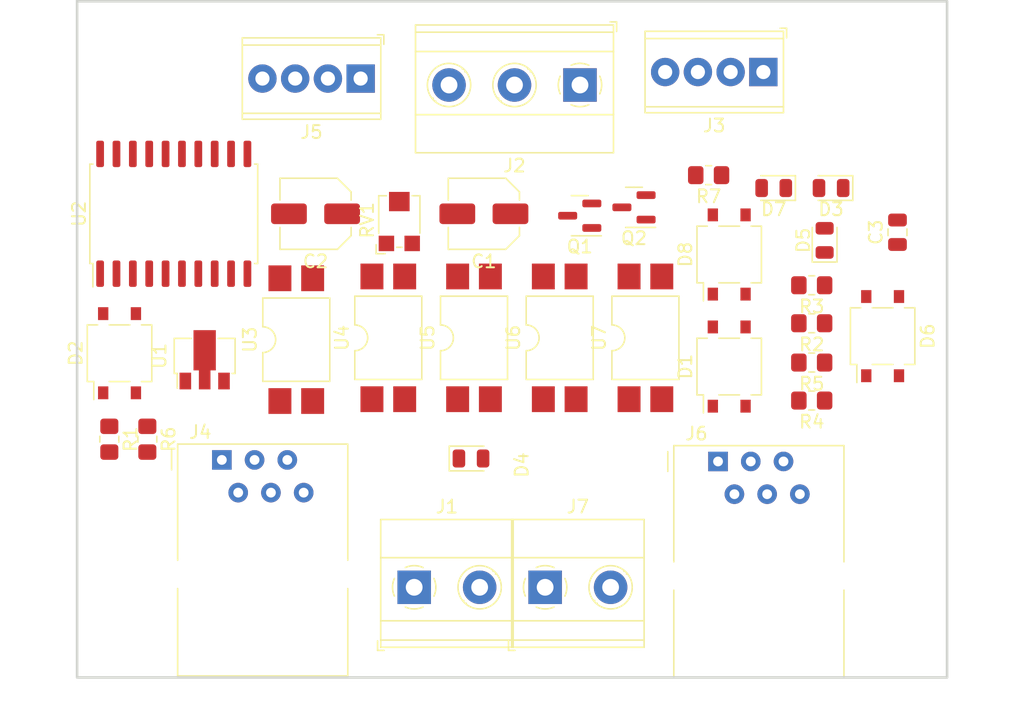
<source format=kicad_pcb>
(kicad_pcb (version 20211014) (generator pcbnew)
  (layers (0 "F.Cu" signal) (31 "B.Cu" signal) (34 "B.Paste" user) (35 "F.Paste" user) (36 "B.SilkS" user "B.Silkscreen") (37 "F.SilkS" user "F.Silkscreen") (38 "B.Mask" user) (39 "F.Mask" user) (44 "Edge.Cuts" user))
  (net 0 "")
  (net 1 "Net-(C1-Pad1)")
  (net 2 "Net-(R2-Pad2)")
  (net 3 "Net-(R3-Pad2)")
  (net 4 "GND")
  (net 5 "Net-(D2-Pad1)")
  (net 6 "+5V")
  (net 7 "Net-(Q1-Pad1)")
  (net 8 "Net-(Q2-Pad1)")
  (net 9 "Net-(D4-Pad1)")
  (net 10 "Net-(D7-Pad2)")
  (net 11 "/rightTrack")
  (net 12 "/leftTrack")
  (net 13 "Net-(D2-Pad4)")
  (net 14 "/track_A")
  (net 15 "Net-(D3-Pad2)")
  (net 16 "/track_B")
  (net 17 "Net-(D6-Pad1)")
  (net 18 "Net-(D8-Pad1)")
  (net 19 "/buffer")
  (net 20 "/PWM")
  (net 21 "/breakSpeed")
  (net 22 "+12V")
  (net 23 "/red_up")
  (net 24 "/green_up")
  (net 25 "/yellow_up")
  (net 27 "/downline")
  (net 28 "/upline")
  (net 30 "Net-(R7-Pad1)")
  (net 35 "/A")
  (net 36 "/B")
  (net 37 "/dir")
  (net 38 "/switch_go")
  (footprint "MountingHole:MountingHole_3.2mm_M3" (layer "F.Cu") (at 66.5 108)
    (fp_text reference "REF**" hide)
    (fp_text value "MountingHole_3.2mm_M3")
    (pad "" np_thru_hole circle (at 0 0) (size 3.2 3.2) (drill 3.2) (layers *.Cu *.Mask))
  )
  (footprint "TerminalBlock_Phoenix:TerminalBlock_Phoenix_MPT-0,5-4-2.54_1x04_P2.54mm_Horizontal" (layer "F.Cu") (at 85 110.5 180)
    (fp_text reference "J5" (at 3.81 -4.16) (layer "F.SilkS"))
    (fp_text value "signal")
    (fp_line (start -1.56 3.16) (end 9.18 3.16) (layer "F.SilkS") (width 0.12))
    (fp_line (start -1.8 3.4) (end -1.3 3.4) (layer "F.SilkS") (width 0.12))
    (fp_line (start -1.56 2.6) (end 9.18 2.6) (layer "F.SilkS") (width 0.12))
    (fp_line (start -1.8 2.66) (end -1.8 3.4) (layer "F.SilkS") (width 0.12))
    (fp_line (start -1.56 -3.16) (end -1.56 3.16) (layer "F.SilkS") (width 0.12))
    (fp_line (start -1.56 -2.7) (end 9.18 -2.7) (layer "F.SilkS") (width 0.12))
    (fp_line (start -1.56 -3.16) (end 9.18 -3.16) (layer "F.SilkS") (width 0.12))
    (fp_line (start 9.18 -3.16) (end 9.18 3.16) (layer "F.SilkS") (width 0.12))
    (pad "1" thru_hole rect (at 0 0 180) (size 2.2 2.2) (drill 1.1) (layers *.Cu *.Mask) (net 22 "+12V"))
    (pad "2" thru_hole circle (at 2.54 0 180) (size 2.2 2.2) (drill 1.1) (layers *.Cu *.Mask) (net 23 "/red_up"))
    (pad "3" thru_hole circle (at 5.08 0 180) (size 2.2 2.2) (drill 1.1) (layers *.Cu *.Mask) (net 24 "/green_up"))
    (pad "4" thru_hole circle (at 7.62 0 180) (size 2.2 2.2) (drill 1.1) (layers *.Cu *.Mask) (net 25 "/yellow_up"))
  )
  (footprint "MountingHole:MountingHole_3.2mm_M3" (layer "F.Cu") (at 66.5 153.5)
    (fp_text reference "REF**" hide)
    (fp_text value "MountingHole_3.2mm_M3")
    (pad "" np_thru_hole circle (at 0 0) (size 3.2 3.2) (drill 3.2) (layers *.Cu *.Mask))
  )
  (footprint "TerminalBlock_Phoenix:TerminalBlock_Phoenix_MKDS-1,5-3-5.08_1x03_P5.08mm_Horizontal" (layer "F.Cu") (at 102.018 111 180)
    (fp_text reference "J2" (at 5.08 -6.26 180) (layer "F.SilkS"))
    (fp_text value "Screw_Terminal_01x03")
    (fp_line (start -2.6 4.66) (end 12.76 4.66) (layer "F.SilkS") (width 0.12))
    (fp_line (start 9.126 1.239) (end 9.091 1.274) (layer "F.SilkS") (width 0.12))
    (fp_line (start 12.76 -5.261) (end 12.76 4.66) (layer "F.SilkS") (width 0.12))
    (fp_line (start 6.355 -1.069) (end 6.308 -1.023) (layer "F.SilkS") (width 0.12))
    (fp_line (start 4.046 1.239) (end 4.011 1.274) (layer "F.SilkS") (width 0.12))
    (fp_line (start -2.84 4.9) (end -2.34 4.9) (layer "F.SilkS") (width 0.12))
    (fp_line (start -2.6 -2.301) (end 12.76 -2.301) (layer "F.SilkS") (width 0.12))
    (fp_line (start -2.6 4.1) (end 12.76 4.1) (layer "F.SilkS") (width 0.12))
    (fp_line (start 6.15 -1.275) (end 6.115 -1.239) (layer "F.SilkS") (width 0.12))
    (fp_line (start 8.933 1.023) (end 8.886 1.069) (layer "F.SilkS") (width 0.12))
    (fp_line (start -2.6 -5.261) (end 12.76 -5.261) (layer "F.SilkS") (width 0.12))
    (fp_line (start -2.6 2.6) (end 12.76 2.6) (layer "F.SilkS") (width 0.12))
    (fp_line (start 11.23 -1.275) (end 11.195 -1.239) (layer "F.SilkS") (width 0.12))
    (fp_line (start 11.435 -1.069) (end 11.388 -1.023) (layer "F.SilkS") (width 0.12))
    (fp_line (start 3.853 1.023) (end 3.806 1.069) (layer "F.SilkS") (width 0.12))
    (fp_line (start -2.84 4.16) (end -2.84 4.9) (layer "F.SilkS") (width 0.12))
    (fp_line (start -2.6 -5.261) (end -2.6 4.66) (layer "F.SilkS") (width 0.12))
    (fp_arc (start 1.535427 -0.683042) (mid 1.680501 0.000524) (end 1.535 0.684) (layer "F.SilkS") (width 0.12))
    (fp_arc (start -1.535427 0.683042) (mid -1.680501 -0.000524) (end -1.535 -0.684) (layer "F.SilkS") (width 0.12))
    (fp_arc (start 0.683318 1.534756) (mid 0.349292 1.643288) (end 0 1.68) (layer "F.SilkS") (width 0.12))
    (fp_arc (start 0.028805 1.680253) (mid -0.335551 1.646659) (end -0.684 1.535) (layer "F.SilkS") (width 0.12))
    (fp_arc (start -0.683042 -1.535427) (mid 0.000524 -1.680501) (end 0.684 -1.535) (layer "F.SilkS") (width 0.12))
    (fp_circle (center 5.08 0) (end 6.76 0) (layer "F.SilkS") (width 0.12) (fill none))
    (fp_circle (center 10.16 0) (end 11.84 0) (layer "F.SilkS") (width 0.12) (fill none))
    (pad "1" thru_hole rect (at 0 0 180) (size 2.6 2.6) (drill 1.3) (layers *.Cu *.Mask) (net 14 "/track_A"))
    (pad "2" thru_hole circle (at 5.08 0 180) (size 2.6 2.6) (drill 1.3) (layers *.Cu *.Mask) (net 19 "/buffer"))
    (pad "3" thru_hole circle (at 10.16 0 180) (size 2.6 2.6) (drill 1.3) (layers *.Cu *.Mask) (net 16 "/track_B"))
  )
  (footprint "Resistor_SMD:R_0805_2012Metric_Pad1.20x1.40mm_HandSolder" (layer "F.Cu") (at 120 132.55 180)
    (fp_text reference "R5" (at 0 -1.65) (layer "F.SilkS"))
    (fp_text value "100k")
    (fp_line (start -0.227064 0.735) (end 0.227064 0.735) (layer "F.SilkS") (width 0.12))
    (fp_line (start -0.227064 -0.735) (end 0.227064 -0.735) (layer "F.SilkS") (width 0.12))
    (pad "1" smd roundrect (at -1 0 180) (size 1.2 1.4) (layers "F.Cu" "F.Paste" "F.Mask") (roundrect_rratio 0.208333) (net 12 "/leftTrack"))
    (pad "2" smd roundrect (at 1 0 180) (size 1.2 1.4) (layers "F.Cu" "F.Paste" "F.Mask") (roundrect_rratio 0.208333) (net 7 "Net-(Q1-Pad1)"))
  )
  (footprint "MountingHole:MountingHole_3.2mm_M3" (layer "F.Cu") (at 127 153.5)
    (fp_text reference "REF**" hide)
    (fp_text value "MountingHole_3.2mm_M3")
    (pad "" np_thru_hole circle (at 0 0) (size 3.2 3.2) (drill 3.2) (layers *.Cu *.Mask))
  )
  (footprint "TerminalBlock_Phoenix:TerminalBlock_Phoenix_MKDS-1,5-2-5.08_1x02_P5.08mm_Horizontal" (layer "F.Cu") (at 99.314 150)
    (fp_text reference "J7" (at 2.54 -6.26) (layer "F.SilkS"))
    (fp_text value "Screw_Terminal_01x02")
    (fp_line (start 6.15 -1.275) (end 6.115 -1.239) (layer "F.SilkS") (width 0.12))
    (fp_line (start 7.68 -5.261) (end 7.68 4.66) (layer "F.SilkS") (width 0.12))
    (fp_line (start -2.6 2.6) (end 7.68 2.6) (layer "F.SilkS") (width 0.12))
    (fp_line (start 6.355 -1.069) (end 6.308 -1.023) (layer "F.SilkS") (width 0.12))
    (fp_line (start -2.6 -5.261) (end -2.6 4.66) (layer "F.SilkS") (width 0.12))
    (fp_line (start 3.853 1.023) (end 3.806 1.069) (layer "F.SilkS") (width 0.12))
    (fp_line (start -2.84 4.9) (end -2.34 4.9) (layer "F.SilkS") (width 0.12))
    (fp_line (start -2.84 4.16) (end -2.84 4.9) (layer "F.SilkS") (width 0.12))
    (fp_line (start 4.046 1.239) (end 4.011 1.274) (layer "F.SilkS") (width 0.12))
    (fp_line (start -2.6 4.66) (end 7.68 4.66) (layer "F.SilkS") (width 0.12))
    (fp_line (start -2.6 4.1) (end 7.68 4.1) (layer "F.SilkS") (width 0.12))
    (fp_line (start -2.6 -5.261) (end 7.68 -5.261) (layer "F.SilkS") (width 0.12))
    (fp_line (start -2.6 -2.301) (end 7.68 -2.301) (layer "F.SilkS") (width 0.12))
    (fp_arc (start 1.535427 -0.683042) (mid 1.680501 0.000524) (end 1.535 0.684) (layer "F.SilkS") (width 0.12))
    (fp_arc (start -1.535427 0.683042) (mid -1.680501 -0.000524) (end -1.535 -0.684) (layer "F.SilkS") (width 0.12))
    (fp_arc (start -0.683042 -1.535427) (mid 0.000524 -1.680501) (end 0.684 -1.535) (layer "F.SilkS") (width 0.12))
    (fp_arc (start 0.683318 1.534756) (mid 0.349292 1.643288) (end 0 1.68) (layer "F.SilkS") (width 0.12))
    (fp_arc (start 0.028805 1.680253) (mid -0.335551 1.646659) (end -0.684 1.535) (layer "F.SilkS") (width 0.12))
    (fp_circle (center 5.08 0) (end 6.76 0) (layer "F.SilkS") (width 0.12) (fill none))
    (pad "1" thru_hole rect (at 0 0) (size 2.6 2.6) (drill 1.3) (layers *.Cu *.Mask) (net 4 "GND"))
    (pad "2" thru_hole circle (at 5.08 0) (size 2.6 2.6) (drill 1.3) (layers *.Cu *.Mask) (net 38 "/switch_go"))
  )
  (footprint "Resistor_SMD:R_0805_2012Metric_Pad1.20x1.40mm_HandSolder" (layer "F.Cu") (at 120 126.55 180)
    (fp_text reference "R3" (at 0 -1.65) (layer "F.SilkS"))
    (fp_text value "470R")
    (fp_line (start -0.227064 0.735) (end 0.227064 0.735) (layer "F.SilkS") (width 0.12))
    (fp_line (start -0.227064 -0.735) (end 0.227064 -0.735) (layer "F.SilkS") (width 0.12))
    (pad "1" smd roundrect (at -1 0 180) (size 1.2 1.4) (layers "F.Cu" "F.Paste" "F.Mask") (roundrect_rratio 0.208333) (net 20 "/PWM"))
    (pad "2" smd roundrect (at 1 0 180) (size 1.2 1.4) (layers "F.Cu" "F.Paste" "F.Mask") (roundrect_rratio 0.208333) (net 3 "Net-(R3-Pad2)"))
  )
  (footprint "TerminalBlock_Phoenix:TerminalBlock_Phoenix_MKDS-1,5-2-5.08_1x02_P5.08mm_Horizontal" (layer "F.Cu") (at 89.154 150)
    (fp_text reference "J1" (at 2.54 -6.26) (layer "F.SilkS"))
    (fp_text value "Screw_Terminal_01x02")
    (fp_line (start -2.6 4.66) (end 7.68 4.66) (layer "F.SilkS") (width 0.12))
    (fp_line (start 6.355 -1.069) (end 6.308 -1.023) (layer "F.SilkS") (width 0.12))
    (fp_line (start 4.046 1.239) (end 4.011 1.274) (layer "F.SilkS") (width 0.12))
    (fp_line (start -2.84 4.16) (end -2.84 4.9) (layer "F.SilkS") (width 0.12))
    (fp_line (start -2.6 4.1) (end 7.68 4.1) (layer "F.SilkS") (width 0.12))
    (fp_line (start 3.853 1.023) (end 3.806 1.069) (layer "F.SilkS") (width 0.12))
    (fp_line (start 6.15 -1.275) (end 6.115 -1.239) (layer "F.SilkS") (width 0.12))
    (fp_line (start -2.6 -5.261) (end -2.6 4.66) (layer "F.SilkS") (width 0.12))
    (fp_line (start -2.6 -2.301) (end 7.68 -2.301) (layer "F.SilkS") (width 0.12))
    (fp_line (start -2.84 4.9) (end -2.34 4.9) (layer "F.SilkS") (width 0.12))
    (fp_line (start -2.6 -5.261) (end 7.68 -5.261) (layer "F.SilkS") (width 0.12))
    (fp_line (start 7.68 -5.261) (end 7.68 4.66) (layer "F.SilkS") (width 0.12))
    (fp_line (start -2.6 2.6) (end 7.68 2.6) (layer "F.SilkS") (width 0.12))
    (fp_arc (start 0.683318 1.534756) (mid 0.349292 1.643288) (end 0 1.68) (layer "F.SilkS") (width 0.12))
    (fp_arc (start 0.028805 1.680253) (mid -0.335551 1.646659) (end -0.684 1.535) (layer "F.SilkS") (width 0.12))
    (fp_arc (start -1.535427 0.683042) (mid -1.680501 -0.000524) (end -1.535 -0.684) (layer "F.SilkS") (width 0.12))
    (fp_arc (start -0.683042 -1.535427) (mid 0.000524 -1.680501) (end 0.684 -1.535) (layer "F.SilkS") (width 0.12))
    (fp_arc (start 1.535427 -0.683042) (mid 1.680501 0.000524) (end 1.535 0.684) (layer "F.SilkS") (width 0.12))
    (fp_circle (center 5.08 0) (end 6.76 0) (layer "F.SilkS") (width 0.12) (fill none))
    (pad "1" thru_hole rect (at 0 0) (size 2.6 2.6) (drill 1.3) (layers *.Cu *.Mask) (net 11 "/rightTrack"))
    (pad "2" thru_hole circle (at 5.08 0) (size 2.6 2.6) (drill 1.3) (layers *.Cu *.Mask) (net 12 "/leftTrack"))
  )
  (footprint "Resistor_SMD:R_0805_2012Metric_Pad1.20x1.40mm_HandSolder" (layer "F.Cu") (at 120 135.5 180)
    (fp_text reference "R4" (at 0 -1.65) (layer "F.SilkS"))
    (fp_text value "33R")
    (fp_line (start -0.227064 -0.735) (end 0.227064 -0.735) (layer "F.SilkS") (width 0.12))
    (fp_line (start -0.227064 0.735) (end 0.227064 0.735) (layer "F.SilkS") (width 0.12))
    (pad "1" smd roundrect (at -1 0 180) (size 1.2 1.4) (layers "F.Cu" "F.Paste" "F.Mask") (roundrect_rratio 0.208333) (net 15 "Net-(D3-Pad2)"))
    (pad "2" smd roundrect (at 1 0 180) (size 1.2 1.4) (layers "F.Cu" "F.Paste" "F.Mask") (roundrect_rratio 0.208333) (net 14 "/track_A"))
  )
  (footprint "Package_DIP:SMDIP-4_W9.53mm" (layer "F.Cu") (at 93.796 130.631 90)
    (fp_text reference "U5" (at 0 -3.6 90) (layer "F.SilkS"))
    (fp_text value "EL814")
    (fp_line (start -3.235 2.6) (end 3.235 2.6) (layer "F.SilkS") (width 0.12))
    (fp_line (start -1 -2.6) (end -3.235 -2.6) (layer "F.SilkS") (width 0.12))
    (fp_line (start 3.235 -2.6) (end 1 -2.6) (layer "F.SilkS") (width 0.12))
    (fp_line (start 3.235 2.6) (end 3.235 -2.6) (layer "F.SilkS") (width 0.12))
    (fp_line (start -3.235 -2.6) (end -3.235 2.6) (layer "F.SilkS") (width 0.12))
    (fp_arc (start 1 -2.6) (mid 0 -1.6) (end -1 -2.6) (layer "F.SilkS") (width 0.12))
    (pad "1" smd rect (at -4.765 -1.27 90) (size 2 1.78) (layers "F.Cu" "F.Paste" "F.Mask") (net 13 "Net-(D2-Pad4)"))
    (pad "2" smd rect (at -4.765 1.27 90) (size 2 1.78) (layers "F.Cu" "F.Paste" "F.Mask") (net 10 "Net-(D7-Pad2)"))
    (pad "3" smd rect (at 4.765 1.27 90) (size 2 1.78) (layers "F.Cu" "F.Paste" "F.Mask") (net 13 "Net-(D2-Pad4)"))
    (pad "4" smd rect (at 4.765 -1.27 90) (size 2 1.78) (layers "F.Cu" "F.Paste" "F.Mask") (net 36 "/B"))
  )
  (footprint "Package_TO_SOT_SMD:TO-269AA" (layer "F.Cu") (at 125.5 130.5 90)
    (fp_text reference "D6" (at 0 3.5 90) (layer "F.SilkS"))
    (fp_text value "D_Bridge_+-AA")
    (fp_line (start -2.2 -2.5) (end -2.2 -2) (layer "F.SilkS") (width 0.12))
    (fp_line (start 2.2 -0.8) (end 2.2 0.8) (layer "F.SilkS") (width 0.12))
    (fp_line (start -2.2 2.5) (end -2.2 1.7) (layer "F.SilkS") (width 0.12))
    (fp_line (start -2.2 -0.8) (end -2.2 0.8) (layer "F.SilkS") (width 0.12))
    (fp_line (start 2.2 1.7) (end 2.2 2.5) (layer "F.SilkS") (width 0.12))
    (fp_line (start 2.2 2.5) (end -2.2 2.5) (layer "F.SilkS") (width 0.12))
    (fp_line (start 2.2 -2.5) (end -2.2 -2.5) (layer "F.SilkS") (width 0.12))
    (fp_line (start -2.2 -2) (end -3.6 -2) (layer "F.SilkS") (width 0.12))
    (fp_line (start 2.2 -1.7) (end 2.2 -2.5) (layer "F.SilkS") (width 0.12))
    (pad "1" smd rect (at -3.075 -1.27 90) (size 1 0.8) (layers "F.Cu" "F.Paste" "F.Mask") (net 17 "Net-(D6-Pad1)"))
    (pad "2" smd rect (at -3.075 1.27 90) (size 1 0.8) (layers "F.Cu" "F.Paste" "F.Mask") (net 17 "Net-(D6-Pad1)"))
    (pad "3" smd rect (at 3.075 1.27 90) (size 1 0.8) (layers "F.Cu" "F.Paste" "F.Mask") (net 16 "/track_B"))
    (pad "4" smd rect (at 3.075 -1.27 90) (size 1 0.8) (layers "F.Cu" "F.Paste" "F.Mask") (net 13 "Net-(D2-Pad4)"))
  )
  (footprint "Diode_SMD:D_0805_2012Metric" (layer "F.Cu") (at 121.5 119 180)
    (fp_text reference "D3" (at 0 -1.65) (layer "F.SilkS"))
    (fp_text value "D")
    (fp_line (start -1.685 -0.96) (end -1.685 0.96) (layer "F.SilkS") (width 0.12))
    (fp_line (start 1 -0.96) (end -1.685 -0.96) (layer "F.SilkS") (width 0.12))
    (fp_line (start -1.685 0.96) (end 1 0.96) (layer "F.SilkS") (width 0.12))
    (pad "1" smd roundrect (at -0.9375 0 180) (size 0.975 1.4) (layers "F.Cu" "F.Paste" "F.Mask") (net 13 "Net-(D2-Pad4)"))
    (pad "2" smd roundrect (at 0.9375 0 180) (size 0.975 1.4) (layers "F.Cu" "F.Paste" "F.Mask") (net 15 "Net-(D3-Pad2)"))
  )
  (footprint "Diode_SMD:D_0805_2012Metric" (layer "F.Cu") (at 117.05 119 180)
    (fp_text reference "D7" (at 0 -1.65) (layer "F.SilkS"))
    (fp_text value "D")
    (fp_line (start -1.685 0.96) (end 1 0.96) (layer "F.SilkS") (width 0.12))
    (fp_line (start -1.685 -0.96) (end -1.685 0.96) (layer "F.SilkS") (width 0.12))
    (fp_line (start 1 -0.96) (end -1.685 -0.96) (layer "F.SilkS") (width 0.12))
    (pad "1" smd roundrect (at -0.9375 0 180) (size 0.975 1.4) (layers "F.Cu" "F.Paste" "F.Mask") (net 13 "Net-(D2-Pad4)"))
    (pad "2" smd roundrect (at 0.9375 0 180) (size 0.975 1.4) (layers "F.Cu" "F.Paste" "F.Mask") (net 10 "Net-(D7-Pad2)"))
  )
  (footprint "Connector_RJ:RJ12_Amphenol_54601" (layer "F.Cu") (at 74.23 140.11)
    (fp_text reference "J4" (at -1.67 -2.16) (layer "F.SilkS"))
    (fp_text value "RJ12")
    (fp_line (start -3.43 7.72) (end -3.43 7.79) (layer "F.SilkS") (width 0.1))
    (fp_line (start -3.43 16.77) (end -3.43 9.99) (layer "F.SilkS") (width 0.12))
    (fp_line (start 9.77 16.77) (end -3.43 16.77) (layer "F.SilkS") (width 0.12))
    (fp_line (start -3.43 7.79) (end -3.43 -1.23) (layer "F.SilkS") (width 0.12))
    (fp_line (start 9.77 -1.23) (end 9.77 7.79) (layer "F.SilkS") (width 0.12))
    (fp_line (start -3.43 -1.23) (end 9.77 -1.23) (layer "F.SilkS") (width 0.12))
    (fp_line (start -3.9 0.77) (end -3.9 -0.76) (layer "F.SilkS") (width 0.12))
    (fp_line (start 9.77 16.77) (end 9.77 9.99) (layer "F.SilkS") (width 0.12))
    (fp_line (start 9.77 16.76) (end 9.77 16.77) (layer "F.SilkS") (width 0.1))
    (fp_line (start 9.77 16.65) (end 9.77 16.77) (layer "F.SilkS") (width 0.1))
    (pad "" np_thru_hole circle (at -1.91 8.89) (size 3.25 3.25) (drill 3.25) (layers *.Cu *.Mask))
    (pad "" np_thru_hole circle (at 8.25 8.89) (size 3.25 3.25) (drill 3.25) (layers *.Cu *.Mask))
    (pad "1" thru_hole rect (at 0 0) (size 1.52 1.52) (drill 0.76) (layers *.Cu *.Mask))
    (pad "2" thru_hole circle (at 1.27 2.54) (size 1.52 1.52) (drill 0.76) (layers *.Cu *.Mask) (net 4 "GND"))
    (pad "3" thru_hole circle (at 2.54 0) (size 1.52 1.52) (drill 0.76) (layers *.Cu *.Mask) (net 27 "/downline"))
    (pad "4" thru_hole circle (at 3.81 2.54) (size 1.52 1.52) (drill 0.76) (layers *.Cu *.Mask) (net 28 "/upline"))
    (pad "5" thru_hole circle (at 5.08 0) (size 1.52 1.52) (drill 0.76) (layers *.Cu *.Mask) (net 11 "/rightTrack"))
    (pad "6" thru_hole circle (at 6.35 2.54) (size 1.52 1.52) (drill 0.76) (layers *.Cu *.Mask) (net 12 "/leftTrack"))
  )
  (footprint "Potentiometer_SMD:Potentiometer_Bourns_TC33X_Vertical" (layer "F.Cu") (at 88 121.5 90)
    (fp_text reference "RV1" (at 0 -2.5 90) (layer "F.SilkS"))
    (fp_text value "R_POT")
    (fp_line (start 1.9 1.6) (end 1.9 1) (layer "F.SilkS") (width 0.12))
    (fp_line (start -1 -1.6) (end 1.9 -1.6) (layer "F.SilkS") (width 0.12))
    (fp_line (start -1.9 -1.8) (end -2.6 -1.8) (layer "F.SilkS") (width 0.12))
    (fp_line (start -2.6 -1.8) (end -2.6 -1.1) (layer "F.SilkS") (width 0.12))
    (fp_line (start -1 1.6) (end 1.9 1.6) (layer "F.SilkS") (width 0.12))
    (fp_line (start 1.9 -1.6) (end 1.9 -1) (layer "F.SilkS") (width 0.12))
    (fp_line (start -2.1 -0.2) (end -2.1 0.2) (layer "F.SilkS") (width 0.12))
    (pad "1" smd rect (at -1.8 -1 90) (size 1.2 1.2) (layers "F.Cu" "F.Paste" "F.Mask") (net 4 "GND"))
    (pad "2" smd rect (at 1.45 0 90) (size 1.5 1.6) (layers "F.Cu" "F.Paste" "F.Mask") (net 21 "/breakSpeed"))
    (pad "3" smd rect (at -1.8 1 90) (size 1.2 1.2) (layers "F.Cu" "F.Paste" "F.Mask") (net 6 "+5V"))
  )
  (footprint "Package_DIP:SMDIP-4_W9.53mm" (layer "F.Cu") (at 100.446 130.631 90)
    (fp_text reference "U6" (at 0 -3.6 90) (layer "F.SilkS"))
    (fp_text value "EL817")
    (fp_line (start -1 -2.6) (end -3.235 -2.6) (layer "F.SilkS") (width 0.12))
    (fp_line (start -3.235 -2.6) (end -3.235 2.6) (layer "F.SilkS") (width 0.12))
    (fp_line (start -3.235 2.6) (end 3.235 2.6) (layer "F.SilkS") (width 0.12))
    (fp_line (start 3.235 2.6) (end 3.235 -2.6) (layer "F.SilkS") (width 0.12))
    (fp_line (start 3.235 -2.6) (end 1 -2.6) (layer "F.SilkS") (width 0.12))
    (fp_arc (start 1 -2.6) (mid 0 -1.6) (end -1 -2.6) (layer "F.SilkS") (width 0.12))
    (pad "1" smd rect (at -4.765 -1.27 90) (size 2 1.78) (layers "F.Cu" "F.Paste" "F.Mask") (net 2 "Net-(R2-Pad2)"))
    (pad "2" smd rect (at -4.765 1.27 90) (size 2 1.78) (layers "F.Cu" "F.Paste" "F.Mask") (net 4 "GND"))
    (pad "3" smd rect (at 4.765 1.27 90) (size 2 1.78) (layers "F.Cu" "F.Paste" "F.Mask") (net 7 "Net-(Q1-Pad1)"))
    (pad "4" smd rect (at 4.765 -1.27 90) (size 2 1.78) (layers "F.Cu" "F.Paste" "F.Mask") (net 11 "/rightTrack"))
  )
  (footprint "Package_TO_SOT_SMD:SOT-23" (layer "F.Cu") (at 102 121.148 180)
    (fp_text reference "Q1" (at 0 -2.4) (layer "F.SilkS"))
    (fp_text value "IRLML2060")
    (fp_line (start 0 1.56) (end -0.65 1.56) (layer "F.SilkS") (width 0.12))
    (fp_line (start 0 -1.56) (end 0.65 -1.56) (layer "F.SilkS") (width 0.12))
    (fp_line (start 0 -1.56) (end -1.675 -1.56) (layer "F.SilkS") (width 0.12))
    (fp_line (start 0 1.56) (end 0.65 1.56) (layer "F.SilkS") (width 0.12))
    (pad "1" smd roundrect (at -0.9375 -0.95 180) (size 1.475 0.6) (layers "F.Cu" "F.Paste" "F.Mask") (net 7 "Net-(Q1-Pad1)"))
    (pad "2" smd roundrect (at -0.9375 0.95 180) (size 1.475 0.6) (layers "F.Cu" "F.Paste" "F.Mask") (net 13 "Net-(D2-Pad4)"))
    (pad "3" smd roundrect (at 0.9375 0 180) (size 1.475 0.6) (layers "F.Cu" "F.Paste" "F.Mask") (net 9 "Net-(D4-Pad1)"))
  )
  (footprint "Resistor_SMD:R_0805_2012Metric_Pad1.20x1.40mm_HandSolder" (layer "F.Cu") (at 65.5 138.5 -90)
    (fp_text reference "R1" (at 0 -1.65 90) (layer "F.SilkS"))
    (fp_text value "100k")
    (fp_line (start -0.227064 -0.735) (end 0.227064 -0.735) (layer "F.SilkS") (width 0.12))
    (fp_line (start -0.227064 0.735) (end 0.227064 0.735) (layer "F.SilkS") (width 0.12))
    (pad "1" smd roundrect (at -1 0 270) (size 1.2 1.4) (layers "F.Cu" "F.Paste" "F.Mask") (roundrect_rratio 0.208333) (net 8 "Net-(Q2-Pad1)"))
    (pad "2" smd roundrect (at 1 0 270) (size 1.2 1.4) (layers "F.Cu" "F.Paste" "F.Mask") (roundrect_rratio 0.208333) (net 11 "/rightTrack"))
  )
  (footprint "Package_TO_SOT_SMD:TO-269AA" (layer "F.Cu") (at 113.596 124.161 90)
    (fp_text reference "D8" (at 0 -3.4 90) (layer "F.SilkS"))
    (fp_text value "D_Bridge_+-AA")
    (fp_line (start -2.2 -2.5) (end -2.2 -2) (layer "F.SilkS") (width 0.12))
    (fp_line (start -2.2 -0.8) (end -2.2 0.8) (layer "F.SilkS") (width 0.12))
    (fp_line (start 2.2 -0.8) (end 2.2 0.8) (layer "F.SilkS") (width 0.12))
    (fp_line (start -2.2 2.5) (end -2.2 1.7) (layer "F.SilkS") (width 0.12))
    (fp_line (start 2.2 1.7) (end 2.2 2.5) (layer "F.SilkS") (width 0.12))
    (fp_line (start 2.2 -2.5) (end -2.2 -2.5) (layer "F.SilkS") (width 0.12))
    (fp_line (start -2.2 -2) (end -3.6 -2) (layer "F.SilkS") (width 0.12))
    (fp_line (start 2.2 2.5) (end -2.2 2.5) (layer "F.SilkS") (width 0.12))
    (fp_line (start 2.2 -1.7) (end 2.2 -2.5) (layer "F.SilkS") (width 0.12))
    (pad "1" smd rect (at -3.075 -1.27 90) (size 1 0.8) (layers "F.Cu" "F.Paste" "F.Mask") (net 18 "Net-(D8-Pad1)"))
    (pad "2" smd rect (at -3.075 1.27 90) (size 1 0.8) (layers "F.Cu" "F.Paste" "F.Mask") (net 18 "Net-(D8-Pad1)"))
    (pad "3" smd rect (at 3.075 1.27 90) (size 1 0.8) (layers "F.Cu" "F.Paste" "F.Mask") (net 19 "/buffer"))
    (pad "4" smd rect (at 3.075 -1.27 90) (size 1 0.8) (layers "F.Cu" "F.Paste" "F.Mask") (net 13 "Net-(D2-Pad4)"))
  )
  (footprint "Package_DIP:SMDIP-4_W9.53mm" (layer "F.Cu") (at 87.146 130.631 90)
    (fp_text reference "U4" (at 0 -3.6 90) (layer "F.SilkS"))
    (fp_text value "EL817")
    (fp_line (start -3.235 -2.6) (end -3.235 2.6) (layer "F.SilkS") (width 0.12))
    (fp_line (start 3.235 -2.6) (end 1 -2.6) (layer "F.SilkS") (width 0.12))
    (fp_line (start -3.235 2.6) (end 3.235 2.6) (layer "F.SilkS") (width 0.12))
    (fp_line (start 3.235 2.6) (end 3.235 -2.6) (layer "F.SilkS") (width 0.12))
    (fp_line (start -1 -2.6) (end -3.235 -2.6) (layer "F.SilkS") (width 0.12))
    (fp_arc (start 1 -2.6) (mid 0 -1.6) (end -1 -2.6) (layer "F.SilkS") (width 0.12))
    (pad "1" smd rect (at -4.765 -1.27 90) (size 2 1.78) (layers "F.Cu" "F.Paste" "F.Mask") (net 12 "/leftTrack"))
    (pad "2" smd rect (at -4.765 1.27 90) (size 2 1.78) (layers "F.Cu" "F.Paste" "F.Mask") (net 30 "Net-(R7-Pad1)"))
    (pad "3" smd rect (at 4.765 1.27 90) (size 2 1.78) (layers "F.Cu" "F.Paste" "F.Mask") (net 4 "GND"))
    (pad "4" smd rect (at 4.765 -1.27 90) (size 2 1.78) (layers "F.Cu" "F.Paste" "F.Mask") (net 37 "/dir"))
  )
  (footprint "Package_DIP:SMDIP-4_W9.53mm" (layer "F.Cu") (at 80.006 130.773 90)
    (fp_text reference "U3" (at 0 -3.6 90) (layer "F.SilkS"))
    (fp_text value "EL814")
    (fp_line (start -3.235 -2.6) (end -3.235 2.6) (layer "F.SilkS") (width 0.12))
    (fp_line (start 3.235 -2.6) (end 1 -2.6) (layer "F.SilkS") (width 0.12))
    (fp_line (start -3.235 2.6) (end 3.235 2.6) (layer "F.SilkS") (width 0.12))
    (fp_line (start 3.235 2.6) (end 3.235 -2.6) (layer "F.SilkS") (width 0.12))
    (fp_line (start -1 -2.6) (end -3.235 -2.6) (layer "F.SilkS") (width 0.12))
    (fp_arc (start 1 -2.6) (mid 0 -1.6) (end -1 -2.6) (layer "F.SilkS") (width 0.12))
    (pad "1" smd rect (at -4.765 -1.27 90) (size 2 1.78) (layers "F.Cu" "F.Paste" "F.Mask") (net 13 "Net-(D2-Pad4)"))
    (pad "2" smd rect (at -4.765 1.27 90) (size 2 1.78) (layers "F.Cu" "F.Paste" "F.Mask") (net 15 "Net-(D3-Pad2)"))
    (pad "3" smd rect (at 4.765 1.27 90) (size 2 1.78) (layers "F.Cu" "F.Paste" "F.Mask") (net 4 "GND"))
    (pad "4" smd rect (at 4.765 -1.27 90) (size 2 1.78) (layers "F.Cu" "F.Paste" "F.Mask") (net 35 "/A"))
  )
  (footprint "Resistor_SMD:R_0805_2012Metric_Pad1.20x1.40mm_HandSolder" (layer "F.Cu") (at 68.45 138.5 -90)
    (fp_text reference "R6" (at 0 -1.65 90) (layer "F.SilkS"))
    (fp_text value "33R")
    (fp_line (start -0.227064 0.735) (end 0.227064 0.735) (layer "F.SilkS") (width 0.12))
    (fp_line (start -0.227064 -0.735) (end 0.227064 -0.735) (layer "F.SilkS") (width 0.12))
    (pad "1" smd roundrect (at -1 0 270) (size 1.2 1.4) (layers "F.Cu" "F.Paste" "F.Mask") (roundrect_rratio 0.208333) (net 10 "Net-(D7-Pad2)"))
    (pad "2" smd roundrect (at 1 0 270) (size 1.2 1.4) (layers "F.Cu" "F.Paste" "F.Mask") (roundrect_rratio 0.208333) (net 16 "/track_B"))
  )
  (footprint "Capacitor_SMD:C_Elec_5x5.4" (layer "F.Cu") (at 81.5 121 180)
    (fp_text reference "C2" (at 0 -3.7) (layer "F.SilkS"))
    (fp_text value "33uF")
    (fp_line (start -2.76 1.695563) (end -1.695563 2.76) (layer "F.SilkS") (width 0.12))
    (fp_line (start -2.76 -1.695563) (end -1.695563 -2.76) (layer "F.SilkS") (width 0.12))
    (fp_line (start 2.76 2.76) (end 2.76 1.06) (layer "F.SilkS") (width 0.12))
    (fp_line (start -2.76 1.695563) (end -2.76 1.06) (layer "F.SilkS") (width 0.12))
    (fp_line (start -1.695563 2.76) (end 2.76 2.76) (layer "F.SilkS") (width 0.12))
    (fp_line (start 2.76 -2.76) (end 2.76 -1.06) (layer "F.SilkS") (width 0.12))
    (fp_line (start -2.76 -1.695563) (end -2.76 -1.06) (layer "F.SilkS") (width 0.12))
    (fp_line (start -1.695563 -2.76) (end 2.76 -2.76) (layer "F.SilkS") (width 0.12))
    (pad "1" smd roundrect (at -2.0625 0 180) (size 2.775 1.6) (layers "F.Cu" "F.Paste" "F.Mask") (roundrect_rratio 0.15625) (net 6 "+5V"))
    (pad "2" smd roundrect (at 2.0625 0 180) (size 2.775 1.6) (layers "F.Cu" "F.Paste" "F.Mask") (roundrect_rratio 0.15625) (net 4 "GND"))
  )
  (footprint "Package_SO:SOIC-20W_7.5x12.8mm_P1.27mm" (layer "F.Cu") (at 70.5 121 90)
    (fp_text reference "U2" (at 0 -7.35 90) (layer "F.SilkS"))
    (fp_text value "ATtiny2313-20S")
    (fp_line (start 0 6.51) (end 3.86 6.51) (layer "F.SilkS") (width 0.12))
    (fp_line (start 0 -6.51) (end -3.86 -6.51) (layer "F.SilkS") (width 0.12))
    (fp_line (start -3.86 6.51) (end -3.86 6.275) (layer "F.SilkS") (width 0.12))
    (fp_line (start 3.86 -6.51) (end 3.86 -6.275) (layer "F.SilkS") (width 0.12))
    (fp_line (start 3.86 6.51) (end 3.86 6.275) (layer "F.SilkS") (width 0.12))
    (fp_line (start -3.86 -6.51) (end -3.86 -6.275) (layer "F.SilkS") (width 0.12))
    (fp_line (start -3.86 -6.275) (end -5.675 -6.275) (layer "F.SilkS") (width 0.12))
    (fp_line (start 0 -6.51) (end 3.86 -6.51) (layer "F.SilkS") (width 0.12))
    (fp_line (start 0 6.51) (end -3.86 6.51) (layer "F.SilkS") (width 0.12))
    (pad "1" smd roundrect (at -4.65 -5.715 90) (size 2.05 0.6) (layers "F.Cu" "F.Paste" "F.Mask"))
    (pad "2" smd roundrect (at -4.65 -4.445 90) (size 2.05 0.6) (layers "F.Cu" "F.Paste" "F.Mask") (net 25 "/yellow_up"))
    (pad "3" smd roundrect (at -4.65 -3.175 90) (size 2.05 0.6) (layers "F.Cu" "F.Paste" "F.Mask") (net 24 "/green_up"))
    (pad "4" smd roundrect (at -4.65 -1.905 90) (size 2.05 0.6) (layers "F.Cu" "F.Paste" "F.Mask"))
    (pad "5" smd roundrect (at -4.65 -0.635 90) (size 2.05 0.6) (layers "F.Cu" "F.Paste" "F.Mask"))
    (pad "6" smd roundrect (at -4.65 0.635 90) (size 2.05 0.6) (layers "F.Cu" "F.Paste" "F.Mask") (net 23 "/red_up"))
    (pad "7" smd roundrect (at -4.65 1.905 90) (size 2.05 0.6) (layers "F.Cu" "F.Paste" "F.Mask") (net 25 "/yellow_up"))
    (pad "8" smd roundrect (at -4.65 3.175 90) (size 2.05 0.6) (layers "F.Cu" "F.Paste" "F.Mask") (net 24 "/green_up"))
    (pad "9" smd roundrect (at -4.65 4.445 90) (size 2.05 0.6) (layers "F.Cu" "F.Paste" "F.Mask") (net 23 "/red_up"))
    (pad "10" smd roundrect (at -4.65 5.715 90) (size 2.05 0.6) (layers "F.Cu" "F.Paste" "F.Mask") (net 4 "GND"))
    (pad "11" smd roundrect (at 4.65 5.715 90) (size 2.05 0.6) (layers "F.Cu" "F.Paste" "F.Mask"))
    (pad "12" smd roundrect (at 4.65 4.445 90) (size 2.05 0.6) (layers "F.Cu" "F.Paste" "F.Mask") (net 28 "/upline"))
    (pad "13" smd roundrect (at 4.65 3.175 90) (size 2.05 0.6) (layers "F.Cu" "F.Paste" "F.Mask") (net 27 "/downline"))
    (pad "14" smd roundrect (at 4.65 1.905 90) (size 2.05 0.6) (layers "F.Cu" "F.Paste" "F.Mask") (net 20 "/PWM"))
    (pad "15" smd roundrect (at 4.65 0.635 90) (size 2.05 0.6) (layers "F.Cu" "F.Paste" "F.Mask") (net 21 "/breakSpeed"))
    (pad "16" smd roundrect (at 4.65 -0.635 90) (size 2.05 0.6) (layers "F.Cu" "F.Paste" "F.Mask") (net 35 "/A"))
    (pad "17" smd roundrect (at 4.65 -1.905 90) (size 2.05 0.6) (layers "F.Cu" "F.Paste" "F.Mask") (net 36 "/B"))
    (pad "18" smd roundrect (at 4.65 -3.175 90) (size 2.05 0.6) (layers "F.Cu" "F.Paste" "F.Mask") (net 37 "/dir"))
    (pad "19" smd roundrect (at 4.65 -4.445 90) (size 2.05 0.6) (layers "F.Cu" "F.Paste" "F.Mask") (net 38 "/switch_go"))
    (pad "20" smd roundrect (at 4.65 -5.715 90) (size 2.05 0.6) (layers "F.Cu" "F.Paste" "F.Mask") (net 6 "+5V"))
  )
  (footprint "Package_TO_SOT_SMD:TO-269AA" (layer "F.Cu") (at 66.294 131.826 90)
    (fp_text reference "D2" (at 0 -3.4 90) (layer "F.SilkS"))
    (fp_text value "D_Bridge_+-AA")
    (fp_line (start 2.2 -0.8) (end 2.2 0.8) (layer "F.SilkS") (width 0.12))
    (fp_line (start -2.2 -2.5) (end -2.2 -2) (layer "F.SilkS") (width 0.12))
    (fp_line (start -2.2 -0.8) (end -2.2 0.8) (layer "F.SilkS") (width 0.12))
    (fp_line (start -2.2 2.5) (end -2.2 1.7) (layer "F.SilkS") (width 0.12))
    (fp_line (start 2.2 2.5) (end -2.2 2.5) (layer "F.SilkS") (width 0.12))
    (fp_line (start -2.2 -2) (end -3.6 -2) (layer "F.SilkS") (width 0.12))
    (fp_line (start 2.2 1.7) (end 2.2 2.5) (layer "F.SilkS") (width 0.12))
    (fp_line (start 2.2 -2.5) (end -2.2 -2.5) (layer "F.SilkS") (width 0.12))
    (fp_line (start 2.2 -1.7) (end 2.2 -2.5) (layer "F.SilkS") (width 0.12))
    (pad "1" smd rect (at -3.075 -1.27 90) (size 1 0.8) (layers "F.Cu" "F.Paste" "F.Mask") (net 5 "Net-(D2-Pad1)"))
    (pad "2" smd rect (at -3.075 1.27 90) (size 1 0.8) (layers "F.Cu" "F.Paste" "F.Mask") (net 5 "Net-(D2-Pad1)"))
    (pad "3" smd rect (at 3.075 1.27 90) (size 1 0.8) (layers "F.Cu" "F.Paste" "F.Mask") (net 14 "/track_A"))
    (pad "4" smd rect (at 3.075 -1.27 90) (size 1 0.8) (layers "F.Cu" "F.Paste" "F.Mask") (net 13 "Net-(D2-Pad4)"))
  )
  (footprint "Package_TO_SOT_SMD:TO-269AA" (layer "F.Cu") (at 113.596 132.861 90)
    (fp_text reference "D1" (at 0 -3.4 90) (layer "F.SilkS"))
    (fp_text value "D_Bridge")
    (fp_line (start -2.2 -2.5) (end -2.2 -2) (layer "F.SilkS") (width 0.12))
    (fp_line (start 2.2 1.7) (end 2.2 2.5) (layer "F.SilkS") (width 0.12))
    (fp_line (start -2.2 2.5) (end -2.2 1.7) (layer "F.SilkS") (width 0.12))
    (fp_line (start 2.2 2.5) (end -2.2 2.5) (layer "F.SilkS") (width 0.12))
    (fp_line (start -2.2 -2) (end -3.6 -2) (layer "F.SilkS") (width 0.12))
    (fp_line (start 2.2 -2.5) (end -2.2 -2.5) (layer "F.SilkS") (width 0.12))
    (fp_line (start 2.2 -0.8) (end 2.2 0.8) (layer "F.SilkS") (width 0.12))
    (fp_line (start 2.2 -1.7) (end 2.2 -2.5) (layer "F.SilkS") (width 0.12))
    (fp_line (start -2.2 -0.8) (end -2.2 0.8) (layer "F.SilkS") (width 0.12))
    (pad "1" smd rect (at -3.075 -1.27 90) (size 1 0.8) (layers "F.Cu" "F.Paste" "F.Mask") (net 1 "Net-(C1-Pad1)"))
    (pad "2" smd rect (at -3.075 1.27 90) (size 1 0.8) (layers "F.Cu" "F.Paste" "F.Mask") (net 4 "GND"))
    (pad "3" smd rect (at 3.075 1.27 90) (size 1 0.8) (layers "F.Cu" "F.Paste" "F.Mask") (net 12 "/leftTrack"))
    (pad "4" smd rect (at 3.075 -1.27 90) (size 1 0.8) (layers "F.Cu" "F.Paste" "F.Mask") (net 11 "/rightTrack"))
  )
  (footprint "Diode_SMD:D_0805_2012Metric" (layer "F.Cu") (at 121 123.0625 90)
    (fp_text reference "D5" (at 0 -1.65 90) (layer "F.SilkS"))
    (fp_text value "D_Schottky")
    (fp_line (start -1.685 -0.96) (end -1.685 0.96) (layer "F.SilkS") (width 0.12))
    (fp_line (start -1.685 0.96) (end 1 0.96) (layer "F.SilkS") (width 0.12))
    (fp_line (start 1 -0.96) (end -1.685 -0.96) (layer "F.SilkS") (width 0.12))
    (pad "1" smd roundrect (at -0.9375 0 90) (size 0.975 1.4) (layers "F.Cu" "F.Paste" "F.Mask") (net 9 "Net-(D4-Pad1)"))
    (pad "2" smd roundrect (at 0.9375 0 90) (size 0.975 1.4) (layers "F.Cu" "F.Paste" "F.Mask") (net 11 "/rightTrack"))
  )
  (footprint "Package_TO_SOT_SMD:SOT-89-3" (layer "F.Cu") (at 72.898 132.334 90)
    (fp_text reference "U1" (at 0.3 -3.5 90) (layer "F.SilkS"))
    (fp_text value "L78L05_SOT89")
    (fp_line (start -1.06 -2.36) (end -1.06 -2.13) (layer "F.SilkS") (width 0.12))
    (fp_line (start -1.06 2.36) (end -1.06 2.13) (layer "F.SilkS") (width 0.12))
    (fp_line (start 1.66 2.36) (end -1.06 2.36) (layer "F.SilkS") (width 0.12))
    (fp_line (start 1.66 1.05) (end 1.66 2.36) (layer "F.SilkS") (width 0.12))
    (fp_line (start -1.06 -2.36) (end 1.66 -2.36) (layer "F.SilkS") (width 0.12))
    (fp_line (start 1.66 -2.36) (end 1.66 -1.05) (layer "F.SilkS") (width 0.12))
    (fp_line (start -2.2 -2.13) (end -1.06 -2.13) (layer "F.SilkS") (width 0.12))
    (pad "1" smd rect (at -1.65 -1.5 90) (size 1.3 0.9) (layers "F.Cu" "F.Paste" "F.Mask") (net 6 "+5V"))
    (pad "2" smd custom (at -1.5625 0 90) (size 1.475 0.9) (layers "F.Cu" "F.Paste" "F.Mask") (net 4 "GND") (options (clearance outline) (anchor rect)) (primitives (gr_poly (pts (xy 3.8625 0.8665) (xy 0.7375 0.8665) (xy 0.7375 -0.8665) (xy 3.8625 -0.8665)) (width 0) (fill yes))))
    (pad "3" smd rect (at -1.65 1.5 90) (size 1.3 0.9) (layers "F.Cu" "F.Paste" "F.Mask") (net 1 "Net-(C1-Pad1)"))
  )
  (footprint "TerminalBlock_Phoenix:TerminalBlock_Phoenix_MPT-0,5-4-2.54_1x04_P2.54mm_Horizontal" (layer "F.Cu") (at 116.247 109.992 180)
    (fp_text reference "J3" (at 3.81 -4.16) (layer "F.SilkS"))
    (fp_text value "signal")
    (fp_line (start -1.56 2.6) (end 9.18 2.6) (layer "F.SilkS") (width 0.12))
    (fp_line (start -1.56 3.16) (end 9.18 3.16) (layer "F.SilkS") (width 0.12))
    (fp_line (start 9.18 -3.16) (end 9.18 3.16) (layer "F.SilkS") (width 0.12))
    (fp_line (start -1.8 2.66) (end -1.8 3.4) (layer "F.SilkS") (width 0.12))
    (fp_line (start -1.56 -2.7) (end 9.18 -2.7) (layer "F.SilkS") (width 0.12))
    (fp_line (start -1.56 -3.16) (end -1.56 3.16) (layer "F.SilkS") (width 0.12))
    (fp_line (start -1.56 -3.16) (end 9.18 -3.16) (layer "F.SilkS") (width 0.12))
    (fp_line (start -1.8 3.4) (end -1.3 3.4) (layer "F.SilkS") (width 0.12))
    (pad "1" thru_hole rect (at 0 0 180) (size 2.2 2.2) (drill 1.1) (layers *.Cu *.Mask) (net 22 "+12V"))
    (pad "2" thru_hole circle (at 2.54 0 180) (size 2.2 2.2) (drill 1.1) (layers *.Cu *.Mask) (net 23 "/red_up"))
    (pad "3" thru_hole circle (at 5.08 0 180) (size 2.2 2.2) (drill 1.1) (layers *.Cu *.Mask) (net 24 "/green_up"))
    (pad "4" thru_hole circle (at 7.62 0 180) (size 2.2 2.2) (drill 1.1) (layers *.Cu *.Mask) (net 25 "/yellow_up"))
  )
  (footprint "Diode_SMD:D_0805_2012Metric" (layer "F.Cu") (at 93.5625 140)
    (fp_text reference "D4" (at 3.9375 0.5 90) (layer "F.SilkS"))
    (fp_text value "D_Schottky")
    (fp_line (start 1 -0.96) (end -1.685 -0.96) (layer "F.SilkS") (width 0.12))
    (fp_line (start -1.685 -0.96) (end -1.685 0.96) (layer "F.SilkS") (width 0.12))
    (fp_line (start -1.685 0.96) (end 1 0.96) (layer "F.SilkS") (width 0.12))
    (pad "1" smd roundrect (at -0.9375 0) (size 0.975 1.4) (layers "F.Cu" "F.Paste" "F.Mask") (net 9 "Net-(D4-Pad1)"))
    (pad "2" smd roundrect (at 0.9375 0) (size 0.975 1.4) (layers "F.Cu" "F.Paste" "F.Mask") (net 13 "Net-(D2-Pad4)"))
  )
  (footprint "Package_TO_SOT_SMD:SOT-23" (layer "F.Cu") (at 106.2085 120.5 180)
    (fp_text reference "Q2" (at 0 -2.4) (layer "F.SilkS"))
    (fp_text value "IRLML2060")
    (fp_line (start 0 -1.56) (end -1.675 -1.56) (layer "F.SilkS") (width 0.12))
    (fp_line (start 0 1.56) (end -0.65 1.56) (layer "F.SilkS") (width 0.12))
    (fp_line (start 0 1.56) (end 0.65 1.56) (layer "F.SilkS") (width 0.12))
    (fp_line (start 0 -1.56) (end 0.65 -1.56) (layer "F.SilkS") (width 0.12))
    (pad "1" smd roundrect (at -0.9375 -0.95 180) (size 1.475 0.6) (layers "F.Cu" "F.Paste" "F.Mask") (net 8 "Net-(Q2-Pad1)"))
    (pad "2" smd roundrect (at -0.9375 0.95 180) (size 1.475 0.6) (layers "F.Cu" "F.Paste" "F.Mask") (net 11 "/rightTrack"))
    (pad "3" smd roundrect (at 0.9375 0 180) (size 1.475 0.6) (layers "F.Cu" "F.Paste" "F.Mask") (net 9 "Net-(D4-Pad1)"))
  )
  (footprint "Connector_RJ:RJ12_Amphenol_54601" (layer "F.Cu") (at 112.73 140.23)
    (fp_text reference "J6" (at -1.67 -2.16) (layer "F.SilkS"))
    (fp_text value "RJ12")
    (fp_line (start -3.43 7.72) (end -3.43 7.79) (layer "F.SilkS") (width 0.1))
    (fp_line (start 9.77 16.77) (end -3.43 16.77) (layer "F.SilkS") (width 0.12))
    (fp_line (start 9.77 -1.23) (end 9.77 7.79) (layer "F.SilkS") (width 0.12))
    (fp_line (start 9.77 16.77) (end 9.77 9.99) (layer "F.SilkS") (width 0.12))
    (fp_line (start 9.77 16.76) (end 9.77 16.77) (layer "F.SilkS") (width 0.1))
    (fp_line (start -3.43 7.79) (end -3.43 -1.23) (layer "F.SilkS") (width 0.12))
    (fp_line (start 9.77 16.65) (end 9.77 16.77) (layer "F.SilkS") (width 0.1))
    (fp_line (start -3.43 16.77) (end -3.43 9.99) (layer "F.SilkS") (width 0.12))
    (fp_line (start -3.43 -1.23) (end 9.77 -1.23) (layer "F.SilkS") (width 0.12))
    (fp_line (start -3.9 0.77) (end -3.9 -0.76) (layer "F.SilkS") (width 0.12))
    (pad "" np_thru_hole circle (at 8.25 8.89) (size 3.25 3.25) (drill 3.25) (layers *.Cu *.Mask))
    (pad "" np_thru_hole circle (at -1.91 8.89) (size 3.25 3.25) (drill 3.25) (layers *.Cu *.Mask))
    (pad "1" thru_hole rect (at 0 0) (size 1.52 1.52) (drill 0.76) (layers *.Cu *.Mask))
    (pad "2" thru_hole circle (at 1.27 2.54) (size 1.52 1.52) (drill 0.76) (layers *.Cu *.Mask) (net 4 "GND"))
    (pad "3" thru_hole circle (at 2.54 0) (size 1.52 1.52) (drill 0.76) (layers *.Cu *.Mask) (net 27 "/downline"))
    (pad "4" thru_hole circle (at 3.81 2.54) (size 1.52 1.52) (drill 0.76) (layers *.Cu *.Mask) (net 28 "/upline"))
    (pad "5" thru_hole circle (at 5.08 0) (size 1.52 1.52) (drill 0.76) (layers *.Cu *.Mask) (net 11 "/rightTrack"))
    (pad "6" thru_hole circle (at 6.35 2.54) (size 1.52 1.52) (drill 0.76) (layers *.Cu *.Mask) (net 12 "/leftTrack"))
  )
  (footprint "Capacitor_SMD:C_0805_2012Metric" (layer "F.Cu") (at 126.653 122.433 90)
    (fp_text reference "C3" (at 0 -1.68 90) (layer "F.SilkS"))
    (fp_text value "100nF")
    (fp_line (start -0.261252 0.735) (end 0.261252 0.735) (layer "F.SilkS") (width 0.12))
    (fp_line (start -0.261252 -0.735) (end 0.261252 -0.735) (layer "F.SilkS") (width 0.12))
    (pad "1" smd roundrect (at -0.95 0 90) (size 1 1.45) (layers "F.Cu" "F.Paste" "F.Mask") (net 4 "GND"))
    (pad "2" smd roundrect (at 0.95 0 90) (size 1 1.45) (layers "F.Cu" "F.Paste" "F.Mask") (net 6 "+5V"))
  )
  (footprint "Resistor_SMD:R_0805_2012Metric_Pad1.20x1.40mm_HandSolder" (layer "F.Cu") (at 120 129.5 180)
    (fp_text reference "R2" (at 0 -1.65) (layer "F.SilkS"))
    (fp_text value "470R")
    (fp_line (start -0.227064 0.735) (end 0.227064 0.735) (layer "F.SilkS") (width 0.12))
    (fp_line (start -0.227064 -0.735) (end 0.227064 -0.735) (layer "F.SilkS") (width 0.12))
    (pad "1" smd roundrect (at -1 0 180) (size 1.2 1.4) (layers "F.Cu" "F.Paste" "F.Mask") (roundrect_rratio 0.208333) (net 20 "/PWM"))
    (pad "2" smd roundrect (at 1 0 180) (size 1.2 1.4) (layers "F.Cu" "F.Paste" "F.Mask") (roundrect_rratio 0.208333) (net 2 "Net-(R2-Pad2)"))
  )
  (footprint "Resistor_SMD:R_0805_2012Metric_Pad1.20x1.40mm_HandSolder" (layer "F.Cu") (at 112 118 180)
    (fp_text reference "R7" (at 0 -1.65) (layer "F.SilkS"))
    (fp_text value "1k5")
    (fp_line (start -0.227064 -0.735) (end 0.227064 -0.735) (layer "F.SilkS") (width 0.12))
    (fp_line (start -0.227064 0.735) (end 0.227064 0.735) (layer "F.SilkS") (width 0.12))
    (pad "1" smd roundrect (at -1 0 180) (size 1.2 1.4) (layers "F.Cu" "F.Paste" "F.Mask") (roundrect_rratio 0.208333) (net 30 "Net-(R7-Pad1)"))
    (pad "2" smd roundrect (at 1 0 180) (size 1.2 1.4) (layers "F.Cu" "F.Paste" "F.Mask") (roundrect_rratio 0.208333) (net 4 "GND"))
  )
  (footprint "Capacitor_SMD:C_Elec_5x5.4" (layer "F.Cu") (at 94.5625 121 180)
    (fp_text reference "C1" (at 0 -3.7) (layer "F.SilkS"))
    (fp_text value "33uF")
    (fp_line (start -2.76 -1.695563) (end -2.76 -1.06) (layer "F.SilkS") (width 0.12))
    (fp_line (start -2.76 1.695563) (end -1.695563 2.76) (layer "F.SilkS") (width 0.12))
    (fp_line (start 2.76 -2.76) (end 2.76 -1.06) (layer "F.SilkS") (width 0.12))
    (fp_line (start 2.76 2.76) (end 2.76 1.06) (layer "F.SilkS") (width 0.12))
    (fp_line (start -1.695563 -2.76) (end 2.76 -2.76) (layer "F.SilkS") (width 0.12))
    (fp_line (start -2.76 -1.695563) (end -1.695563 -2.76) (layer "F.SilkS") (width 0.12))
    (fp_line (start -2.76 1.695563) (end -2.76 1.06) (layer "F.SilkS") (width 0.12))
    (fp_line (start -1.695563 2.76) (end 2.76 2.76) (layer "F.SilkS") (width 0.12))
    (pad "1" smd roundrect (at -2.0625 0 180) (size 2.775 1.6) (layers "F.Cu" "F.Paste" "F.Mask") (roundrect_rratio 0.15625) (net 1 "Net-(C1-Pad1)"))
    (pad "2" smd roundrect (at 2.0625 0 180) (size 2.775 1.6) (layers "F.Cu" "F.Paste" "F.Mask") (roundrect_rratio 0.15625) (net 4 "GND"))
  )
  (footprint "Package_DIP:SMDIP-4_W9.53mm" (layer "F.Cu") (at 107.096 130.631 90)
    (fp_text reference "U7" (at 0 -3.6 90) (layer "F.SilkS"))
    (fp_text value "EL817")
    (fp_line (start 3.235 2.6) (end 3.235 -2.6) (layer "F.SilkS") (width 0.12))
    (fp_line (start 3.235 -2.6) (end 1 -2.6) (layer "F.SilkS") (width 0.12))
    (fp_line (start -3.235 2.6) (end 3.235 2.6) (layer "F.SilkS") (width 0.12))
    (fp_line (start -3.235 -2.6) (end -3.235 2.6) (layer "F.SilkS") (width 0.12))
    (fp_line (start -1 -2.6) (end -3.235 -2.6) (layer "F.SilkS") (width 0.12))
    (fp_arc (start 1 -2.6) (mid 0 -1.6) (end -1 -2.6) (layer "F.SilkS") (width 0.12))
    (pad "1" smd rect (at -4.765 -1.27 90) (size 2 1.78) (layers "F.Cu" "F.Paste" "F.Mask") (net 3 "Net-(R3-Pad2)"))
    (pad "2" smd rect (at -4.765 1.27 90) (size 2 1.78) (layers "F.Cu" "F.Paste" "F.Mask") (net 4 "GND"))
    (pad "3" smd rect (at 4.765 1.27 90) (size 2 1.78) (layers "F.Cu" "F.Paste" "F.Mask") (net 8 "Net-(Q2-Pad1)"))
    (pad "4" smd rect (at 4.765 -1.27 90) (size 2 1.78) (layers "F.Cu" "F.Paste" "F.Mask") (net 12 "/leftTrack"))
  )
  (footprint "MountingHole:MountingHole_3.2mm_M3" (layer "F.Cu") (at 127 108)
    (fp_text reference "REF**" hide)
    (fp_text value "MountingHole_3.2mm_M3")
    (pad "" np_thru_hole circle (at 0 0) (size 3.2 3.2) (drill 3.2) (layers *.Cu *.Mask))
  )
  (gr_rect (start 63 157) (end 130.5 104.5) (layer "Edge.Cuts") (width 0.2) (fill none))
)
</source>
